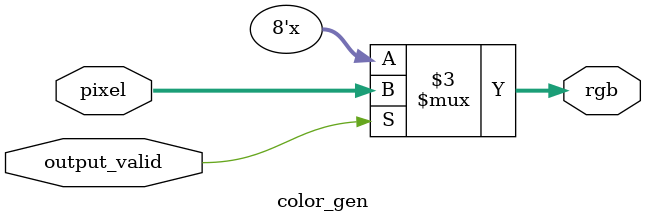
<source format=v>
`timescale 1ns / 100ps

module color_gen #(parameter COLOR_DEPTH = 8)
                  (input output_valid,
                   input [COLOR_DEPTH-1:0] pixel,
                   output reg [COLOR_DEPTH-1:0] rgb);

always@(*) begin
	if (output_valid) begin
        rgb <= pixel;
	end
	else begin
		rgb <= 8'bzzzzzzzz;
	end
end


endmodule

</source>
